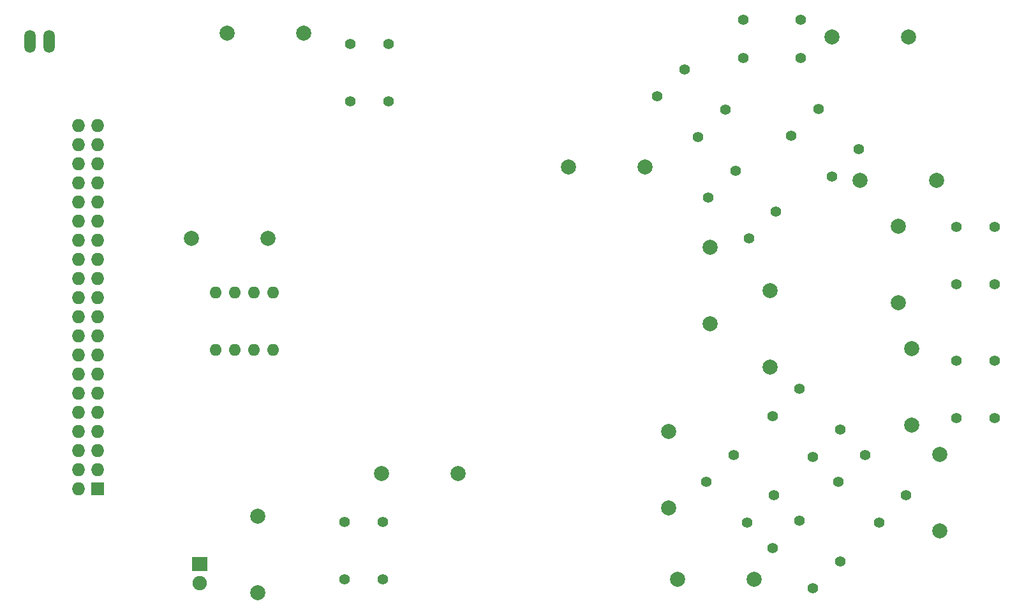
<source format=gts>
%TF.GenerationSoftware,KiCad,Pcbnew,(2015-12-28 BZR 6407, Git 3dff6c0)-product*%
%TF.CreationDate,2016-02-12T11:54:30-05:00*%
%TF.ProjectId,Pixel-Interface-Board,506978656C2D496E746572666163652D,rev?*%
%TF.FileFunction,Soldermask,Top*%
%FSLAX46Y46*%
G04 Gerber Fmt 4.6, Leading zero omitted, Abs format (unit mm)*
G04 Created by KiCad (PCBNEW (2015-12-28 BZR 6407, Git 3dff6c0)-product) date Fri 12 Feb 2016 11:54:30 AM EST*
%MOMM*%
G01*
G04 APERTURE LIST*
%ADD10C,0.100000*%
%ADD11R,2.000000X1.900000*%
%ADD12C,1.900000*%
%ADD13O,1.600000X1.600000*%
%ADD14R,1.727200X1.727200*%
%ADD15O,1.727200X1.727200*%
%ADD16C,1.998980*%
%ADD17C,1.397000*%
%ADD18O,1.506220X3.014980*%
G04 APERTURE END LIST*
D10*
D11*
X38750000Y-88000000D03*
D12*
X38750000Y-90540000D03*
D13*
X48530000Y-59540000D03*
X45990000Y-59540000D03*
X43450000Y-59540000D03*
X40910000Y-59540000D03*
X40910000Y-51920000D03*
X43450000Y-51920000D03*
X45990000Y-51920000D03*
X48530000Y-51920000D03*
D14*
X25210000Y-78010000D03*
D15*
X22670000Y-78010000D03*
X25210000Y-75470000D03*
X22670000Y-75470000D03*
X25210000Y-72930000D03*
X22670000Y-72930000D03*
X25210000Y-70390000D03*
X22670000Y-70390000D03*
X25210000Y-67850000D03*
X22670000Y-67850000D03*
X25210000Y-65310000D03*
X22670000Y-65310000D03*
X25210000Y-62770000D03*
X22670000Y-62770000D03*
X25210000Y-60230000D03*
X22670000Y-60230000D03*
X25210000Y-57690000D03*
X22670000Y-57690000D03*
X25210000Y-55150000D03*
X22670000Y-55150000D03*
X25210000Y-52610000D03*
X22670000Y-52610000D03*
X25210000Y-50070000D03*
X22670000Y-50070000D03*
X25210000Y-47530000D03*
X22670000Y-47530000D03*
X25210000Y-44990000D03*
X22670000Y-44990000D03*
X25210000Y-42450000D03*
X22670000Y-42450000D03*
X25210000Y-39910000D03*
X22670000Y-39910000D03*
X25210000Y-37370000D03*
X22670000Y-37370000D03*
X25210000Y-34830000D03*
X22670000Y-34830000D03*
X25210000Y-32290000D03*
X22670000Y-32290000D03*
X25210000Y-29750000D03*
X22670000Y-29750000D03*
D16*
X132830000Y-18000000D03*
X122670000Y-18000000D03*
X133250000Y-59420000D03*
X133250000Y-69580000D03*
X101000000Y-80580000D03*
X101000000Y-70420000D03*
X126420000Y-37000000D03*
X136580000Y-37000000D03*
X131500000Y-43170000D03*
X131500000Y-53330000D03*
X137000000Y-83580000D03*
X137000000Y-73420000D03*
X106500000Y-45920000D03*
X106500000Y-56080000D03*
X62920000Y-76000000D03*
X73080000Y-76000000D03*
X112330000Y-90000000D03*
X102170000Y-90000000D03*
X97830000Y-35250000D03*
X87670000Y-35250000D03*
X52580000Y-17500000D03*
X42420000Y-17500000D03*
X114500000Y-61830000D03*
X114500000Y-51670000D03*
X46500000Y-81670000D03*
X46500000Y-91830000D03*
X47830000Y-44750000D03*
X37670000Y-44750000D03*
D17*
X106009872Y-77101974D03*
X109601974Y-73509872D03*
X111398026Y-82490128D03*
X114990128Y-78898026D03*
X132490128Y-78898026D03*
X128898026Y-82490128D03*
X127101974Y-73509872D03*
X123509872Y-77101974D03*
X114759872Y-85851974D03*
X118351974Y-82259872D03*
X120148026Y-91240128D03*
X123740128Y-87648026D03*
X114759872Y-68351974D03*
X118351974Y-64759872D03*
X120148026Y-73740128D03*
X123740128Y-70148026D03*
X118560000Y-15710000D03*
X118560000Y-20790000D03*
X110940000Y-15710000D03*
X110940000Y-20790000D03*
X139190000Y-60980000D03*
X144270000Y-60980000D03*
X139190000Y-68600000D03*
X144270000Y-68600000D03*
X117259872Y-31101974D03*
X120851974Y-27509872D03*
X122648026Y-36490128D03*
X126240128Y-32898026D03*
X139190000Y-43200000D03*
X144270000Y-43200000D03*
X139190000Y-50820000D03*
X144270000Y-50820000D03*
X106259872Y-39351974D03*
X109851974Y-35759872D03*
X111648026Y-44740128D03*
X115240128Y-41148026D03*
X63040000Y-82440000D03*
X57960000Y-82440000D03*
X63040000Y-90060000D03*
X57960000Y-90060000D03*
X99509872Y-25851974D03*
X103101974Y-22259872D03*
X104898026Y-31240128D03*
X108490128Y-27648026D03*
X63790000Y-18940000D03*
X58710000Y-18940000D03*
X63790000Y-26560000D03*
X58710000Y-26560000D03*
D18*
X16256000Y-18542000D03*
X18796000Y-18542000D03*
M02*

</source>
